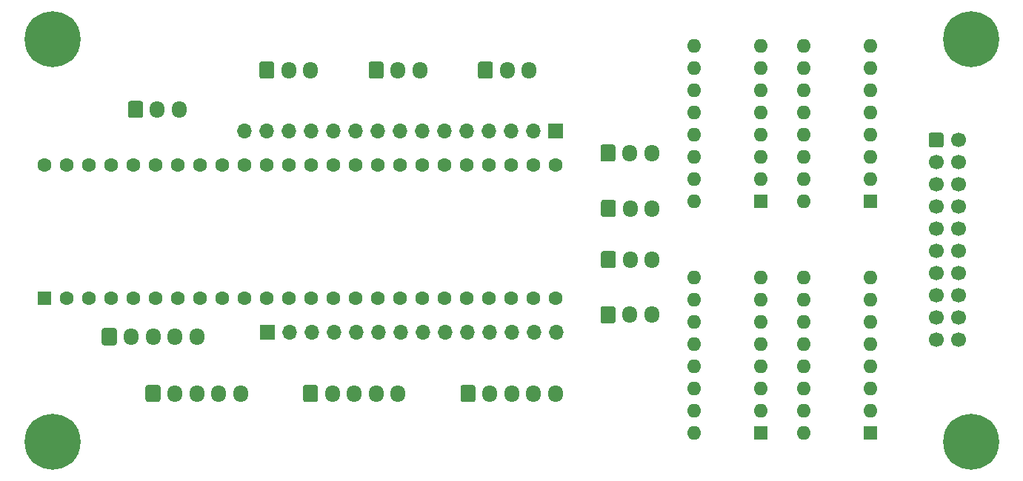
<source format=gbr>
%TF.GenerationSoftware,KiCad,Pcbnew,(5.1.7-0-10_14)*%
%TF.CreationDate,2020-11-02T21:12:23+01:00*%
%TF.ProjectId,controller_motion_pcb,636f6e74-726f-46c6-9c65-725f6d6f7469,rev?*%
%TF.SameCoordinates,Original*%
%TF.FileFunction,Soldermask,Bot*%
%TF.FilePolarity,Negative*%
%FSLAX46Y46*%
G04 Gerber Fmt 4.6, Leading zero omitted, Abs format (unit mm)*
G04 Created by KiCad (PCBNEW (5.1.7-0-10_14)) date 2020-11-02 21:12:23*
%MOMM*%
%LPD*%
G01*
G04 APERTURE LIST*
%ADD10C,1.600000*%
%ADD11R,1.600000X1.600000*%
%ADD12C,0.800000*%
%ADD13C,6.400000*%
%ADD14C,1.700000*%
%ADD15O,1.700000X1.950000*%
%ADD16R,1.700000X1.700000*%
%ADD17O,1.700000X1.700000*%
%ADD18O,1.600000X1.600000*%
G04 APERTURE END LIST*
D10*
%TO.C,CTR1*%
X122255001Y-66585001D03*
X124795001Y-66585001D03*
X127335001Y-66585001D03*
X129875001Y-66585001D03*
X119715001Y-66585001D03*
X117175001Y-66585001D03*
X114635001Y-66585001D03*
X132415001Y-66585001D03*
X134955001Y-66585001D03*
X137495001Y-66585001D03*
X140035001Y-66585001D03*
X140035001Y-51345001D03*
X137495001Y-51345001D03*
X134955001Y-51345001D03*
X132415001Y-51345001D03*
X129875001Y-51345001D03*
X127335001Y-51345001D03*
X124795001Y-51345001D03*
X122255001Y-51345001D03*
X119715001Y-51345001D03*
X117175001Y-51345001D03*
X112095001Y-66585001D03*
X109555001Y-66585001D03*
X107015001Y-66585001D03*
X104475001Y-66585001D03*
X101935001Y-66585001D03*
X99395001Y-66585001D03*
X96855001Y-66585001D03*
X94315001Y-66585001D03*
X91775001Y-66585001D03*
X89235001Y-66585001D03*
X86695001Y-66585001D03*
X84155001Y-66585001D03*
D11*
X81615001Y-66585001D03*
D10*
X114635001Y-51345001D03*
X112095001Y-51345001D03*
X109555001Y-51345001D03*
X107015001Y-51345001D03*
X104475001Y-51345001D03*
X101935001Y-51345001D03*
X99395001Y-51345001D03*
X96855001Y-51345001D03*
X94315001Y-51345001D03*
X91775001Y-51345001D03*
X89235001Y-51345001D03*
X86695001Y-51345001D03*
X84155001Y-51345001D03*
X81615001Y-51345001D03*
%TD*%
D12*
%TO.C,REF\u002A\u002A*%
X84197056Y-81302944D03*
X82500000Y-80600000D03*
X80802944Y-81302944D03*
X80100000Y-83000000D03*
X80802944Y-84697056D03*
X82500000Y-85400000D03*
X84197056Y-84697056D03*
X84900000Y-83000000D03*
D13*
X82500000Y-83000000D03*
%TD*%
D12*
%TO.C,REF\u002A\u002A*%
X84197056Y-35302944D03*
X82500000Y-34600000D03*
X80802944Y-35302944D03*
X80100000Y-37000000D03*
X80802944Y-38697056D03*
X82500000Y-39400000D03*
X84197056Y-38697056D03*
X84900000Y-37000000D03*
D13*
X82500000Y-37000000D03*
%TD*%
D12*
%TO.C,REF\u002A\u002A*%
X189197056Y-81302944D03*
X187500000Y-80600000D03*
X185802944Y-81302944D03*
X185100000Y-83000000D03*
X185802944Y-84697056D03*
X187500000Y-85400000D03*
X189197056Y-84697056D03*
X189900000Y-83000000D03*
D13*
X187500000Y-83000000D03*
%TD*%
D12*
%TO.C,REF\u002A\u002A*%
X189197056Y-35302944D03*
X187500000Y-34600000D03*
X185802944Y-35302944D03*
X185100000Y-37000000D03*
X185802944Y-38697056D03*
X187500000Y-39400000D03*
X189197056Y-38697056D03*
X189900000Y-37000000D03*
D13*
X187500000Y-37000000D03*
%TD*%
%TO.C,BtnMx1*%
G36*
G01*
X182650000Y-49100000D02*
X182650000Y-47900000D01*
G75*
G02*
X182900000Y-47650000I250000J0D01*
G01*
X184100000Y-47650000D01*
G75*
G02*
X184350000Y-47900000I0J-250000D01*
G01*
X184350000Y-49100000D01*
G75*
G02*
X184100000Y-49350000I-250000J0D01*
G01*
X182900000Y-49350000D01*
G75*
G02*
X182650000Y-49100000I0J250000D01*
G01*
G37*
D14*
X183500000Y-51040000D03*
X183500000Y-53580000D03*
X183500000Y-56120000D03*
X183500000Y-58660000D03*
X183500000Y-61200000D03*
X183500000Y-63740000D03*
X183500000Y-66280000D03*
X183500000Y-68820000D03*
X183500000Y-71360000D03*
X186040000Y-48500000D03*
X186040000Y-51040000D03*
X186040000Y-53580000D03*
X186040000Y-56120000D03*
X186040000Y-58660000D03*
X186040000Y-61200000D03*
X186040000Y-63740000D03*
X186040000Y-66280000D03*
X186040000Y-68820000D03*
X186040000Y-71360000D03*
%TD*%
%TO.C,ENC0*%
G36*
G01*
X88150000Y-71725000D02*
X88150000Y-70275000D01*
G75*
G02*
X88400000Y-70025000I250000J0D01*
G01*
X89600000Y-70025000D01*
G75*
G02*
X89850000Y-70275000I0J-250000D01*
G01*
X89850000Y-71725000D01*
G75*
G02*
X89600000Y-71975000I-250000J0D01*
G01*
X88400000Y-71975000D01*
G75*
G02*
X88150000Y-71725000I0J250000D01*
G01*
G37*
D15*
X91500000Y-71000000D03*
X94000000Y-71000000D03*
X96500000Y-71000000D03*
X99000000Y-71000000D03*
%TD*%
%TO.C,ENC1*%
X104000000Y-77500000D03*
X101500000Y-77500000D03*
X99000000Y-77500000D03*
X96500000Y-77500000D03*
G36*
G01*
X93150000Y-78225000D02*
X93150000Y-76775000D01*
G75*
G02*
X93400000Y-76525000I250000J0D01*
G01*
X94600000Y-76525000D01*
G75*
G02*
X94850000Y-76775000I0J-250000D01*
G01*
X94850000Y-78225000D01*
G75*
G02*
X94600000Y-78475000I-250000J0D01*
G01*
X93400000Y-78475000D01*
G75*
G02*
X93150000Y-78225000I0J250000D01*
G01*
G37*
%TD*%
%TO.C,ENC2*%
G36*
G01*
X111150000Y-78225000D02*
X111150000Y-76775000D01*
G75*
G02*
X111400000Y-76525000I250000J0D01*
G01*
X112600000Y-76525000D01*
G75*
G02*
X112850000Y-76775000I0J-250000D01*
G01*
X112850000Y-78225000D01*
G75*
G02*
X112600000Y-78475000I-250000J0D01*
G01*
X111400000Y-78475000D01*
G75*
G02*
X111150000Y-78225000I0J250000D01*
G01*
G37*
X114500000Y-77500000D03*
X117000000Y-77500000D03*
X119500000Y-77500000D03*
X122000000Y-77500000D03*
%TD*%
%TO.C,ENC3*%
X140000000Y-77500000D03*
X137500000Y-77500000D03*
X135000000Y-77500000D03*
X132500000Y-77500000D03*
G36*
G01*
X129150000Y-78225000D02*
X129150000Y-76775000D01*
G75*
G02*
X129400000Y-76525000I250000J0D01*
G01*
X130600000Y-76525000D01*
G75*
G02*
X130850000Y-76775000I0J-250000D01*
G01*
X130850000Y-78225000D01*
G75*
G02*
X130600000Y-78475000I-250000J0D01*
G01*
X129400000Y-78475000D01*
G75*
G02*
X129150000Y-78225000I0J250000D01*
G01*
G37*
%TD*%
D16*
%TO.C,J1*%
X107060000Y-70500000D03*
D17*
X109600000Y-70500000D03*
X112140000Y-70500000D03*
X114680000Y-70500000D03*
X117220000Y-70500000D03*
X119760000Y-70500000D03*
X122300000Y-70500000D03*
X124840000Y-70500000D03*
X127380000Y-70500000D03*
X129920000Y-70500000D03*
X132460000Y-70500000D03*
X135000000Y-70500000D03*
X137540000Y-70500000D03*
X140080000Y-70500000D03*
%TD*%
D16*
%TO.C,J3*%
X140000000Y-47500000D03*
D17*
X137460000Y-47500000D03*
X134920000Y-47500000D03*
X132380000Y-47500000D03*
X129840000Y-47500000D03*
X127300000Y-47500000D03*
X124760000Y-47500000D03*
X122220000Y-47500000D03*
X119680000Y-47500000D03*
X117140000Y-47500000D03*
X114600000Y-47500000D03*
X112060000Y-47500000D03*
X109520000Y-47500000D03*
X106980000Y-47500000D03*
X104440000Y-47500000D03*
%TD*%
D11*
%TO.C,mux1*%
X176000000Y-55500000D03*
D18*
X168380000Y-37720000D03*
X176000000Y-52960000D03*
X168380000Y-40260000D03*
X176000000Y-50420000D03*
X168380000Y-42800000D03*
X176000000Y-47880000D03*
X168380000Y-45340000D03*
X176000000Y-45340000D03*
X168380000Y-47880000D03*
X176000000Y-42800000D03*
X168380000Y-50420000D03*
X176000000Y-40260000D03*
X168380000Y-52960000D03*
X176000000Y-37720000D03*
X168380000Y-55500000D03*
%TD*%
%TO.C,mux2*%
X168380000Y-82000000D03*
X176000000Y-64220000D03*
X168380000Y-79460000D03*
X176000000Y-66760000D03*
X168380000Y-76920000D03*
X176000000Y-69300000D03*
X168380000Y-74380000D03*
X176000000Y-71840000D03*
X168380000Y-71840000D03*
X176000000Y-74380000D03*
X168380000Y-69300000D03*
X176000000Y-76920000D03*
X168380000Y-66760000D03*
X176000000Y-79460000D03*
X168380000Y-64220000D03*
D11*
X176000000Y-82000000D03*
%TD*%
%TO.C,mux3*%
X163500000Y-55500000D03*
D18*
X155880000Y-37720000D03*
X163500000Y-52960000D03*
X155880000Y-40260000D03*
X163500000Y-50420000D03*
X155880000Y-42800000D03*
X163500000Y-47880000D03*
X155880000Y-45340000D03*
X163500000Y-45340000D03*
X155880000Y-47880000D03*
X163500000Y-42800000D03*
X155880000Y-50420000D03*
X163500000Y-40260000D03*
X155880000Y-52960000D03*
X163500000Y-37720000D03*
X155880000Y-55500000D03*
%TD*%
%TO.C,mux4*%
X155880000Y-82000000D03*
X163500000Y-64220000D03*
X155880000Y-79460000D03*
X163500000Y-66760000D03*
X155880000Y-76920000D03*
X163500000Y-69300000D03*
X155880000Y-74380000D03*
X163500000Y-71840000D03*
X155880000Y-71840000D03*
X163500000Y-74380000D03*
X155880000Y-69300000D03*
X163500000Y-76920000D03*
X155880000Y-66760000D03*
X163500000Y-79460000D03*
X155880000Y-64220000D03*
D11*
X163500000Y-82000000D03*
%TD*%
%TO.C,P0*%
G36*
G01*
X91150000Y-45725000D02*
X91150000Y-44275000D01*
G75*
G02*
X91400000Y-44025000I250000J0D01*
G01*
X92600000Y-44025000D01*
G75*
G02*
X92850000Y-44275000I0J-250000D01*
G01*
X92850000Y-45725000D01*
G75*
G02*
X92600000Y-45975000I-250000J0D01*
G01*
X91400000Y-45975000D01*
G75*
G02*
X91150000Y-45725000I0J250000D01*
G01*
G37*
D15*
X94500000Y-45000000D03*
X97000000Y-45000000D03*
%TD*%
%TO.C,P1*%
X112000000Y-40500000D03*
X109500000Y-40500000D03*
G36*
G01*
X106150000Y-41225000D02*
X106150000Y-39775000D01*
G75*
G02*
X106400000Y-39525000I250000J0D01*
G01*
X107600000Y-39525000D01*
G75*
G02*
X107850000Y-39775000I0J-250000D01*
G01*
X107850000Y-41225000D01*
G75*
G02*
X107600000Y-41475000I-250000J0D01*
G01*
X106400000Y-41475000D01*
G75*
G02*
X106150000Y-41225000I0J250000D01*
G01*
G37*
%TD*%
%TO.C,P2*%
G36*
G01*
X118650000Y-41225000D02*
X118650000Y-39775000D01*
G75*
G02*
X118900000Y-39525000I250000J0D01*
G01*
X120100000Y-39525000D01*
G75*
G02*
X120350000Y-39775000I0J-250000D01*
G01*
X120350000Y-41225000D01*
G75*
G02*
X120100000Y-41475000I-250000J0D01*
G01*
X118900000Y-41475000D01*
G75*
G02*
X118650000Y-41225000I0J250000D01*
G01*
G37*
X122000000Y-40500000D03*
X124500000Y-40500000D03*
%TD*%
%TO.C,P3*%
X137000000Y-40500000D03*
X134500000Y-40500000D03*
G36*
G01*
X131150000Y-41225000D02*
X131150000Y-39775000D01*
G75*
G02*
X131400000Y-39525000I250000J0D01*
G01*
X132600000Y-39525000D01*
G75*
G02*
X132850000Y-39775000I0J-250000D01*
G01*
X132850000Y-41225000D01*
G75*
G02*
X132600000Y-41475000I-250000J0D01*
G01*
X131400000Y-41475000D01*
G75*
G02*
X131150000Y-41225000I0J250000D01*
G01*
G37*
%TD*%
%TO.C,P4*%
G36*
G01*
X145150000Y-50725000D02*
X145150000Y-49275000D01*
G75*
G02*
X145400000Y-49025000I250000J0D01*
G01*
X146600000Y-49025000D01*
G75*
G02*
X146850000Y-49275000I0J-250000D01*
G01*
X146850000Y-50725000D01*
G75*
G02*
X146600000Y-50975000I-250000J0D01*
G01*
X145400000Y-50975000D01*
G75*
G02*
X145150000Y-50725000I0J250000D01*
G01*
G37*
X148500000Y-50000000D03*
X151000000Y-50000000D03*
%TD*%
%TO.C,P5*%
X151055001Y-56325001D03*
X148555001Y-56325001D03*
G36*
G01*
X145205001Y-57050001D02*
X145205001Y-55600001D01*
G75*
G02*
X145455001Y-55350001I250000J0D01*
G01*
X146655001Y-55350001D01*
G75*
G02*
X146905001Y-55600001I0J-250000D01*
G01*
X146905001Y-57050001D01*
G75*
G02*
X146655001Y-57300001I-250000J0D01*
G01*
X145455001Y-57300001D01*
G75*
G02*
X145205001Y-57050001I0J250000D01*
G01*
G37*
%TD*%
%TO.C,P6*%
G36*
G01*
X145205001Y-62900001D02*
X145205001Y-61450001D01*
G75*
G02*
X145455001Y-61200001I250000J0D01*
G01*
X146655001Y-61200001D01*
G75*
G02*
X146905001Y-61450001I0J-250000D01*
G01*
X146905001Y-62900001D01*
G75*
G02*
X146655001Y-63150001I-250000J0D01*
G01*
X145455001Y-63150001D01*
G75*
G02*
X145205001Y-62900001I0J250000D01*
G01*
G37*
X148555001Y-62175001D03*
X151055001Y-62175001D03*
%TD*%
%TO.C,P7*%
X151000000Y-68500000D03*
X148500000Y-68500000D03*
G36*
G01*
X145150000Y-69225000D02*
X145150000Y-67775000D01*
G75*
G02*
X145400000Y-67525000I250000J0D01*
G01*
X146600000Y-67525000D01*
G75*
G02*
X146850000Y-67775000I0J-250000D01*
G01*
X146850000Y-69225000D01*
G75*
G02*
X146600000Y-69475000I-250000J0D01*
G01*
X145400000Y-69475000D01*
G75*
G02*
X145150000Y-69225000I0J250000D01*
G01*
G37*
%TD*%
M02*

</source>
